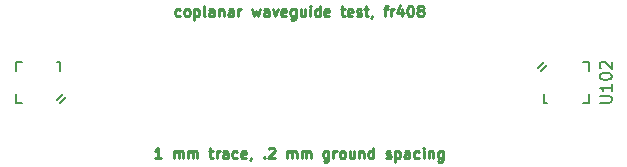
<source format=gbr>
G04 #@! TF.FileFunction,Legend,Top*
%FSLAX46Y46*%
G04 Gerber Fmt 4.6, Leading zero omitted, Abs format (unit mm)*
G04 Created by KiCad (PCBNEW 4.0.2-stable) date Mon Jul  4 16:36:02 2016*
%MOMM*%
G01*
G04 APERTURE LIST*
%ADD10C,0.100000*%
%ADD11C,0.225000*%
%ADD12C,0.150000*%
G04 APERTURE END LIST*
D10*
D11*
X127321428Y-96407143D02*
X126807143Y-96407143D01*
X127064285Y-96407143D02*
X127064285Y-95507143D01*
X126978571Y-95635714D01*
X126892857Y-95721429D01*
X126807143Y-95764286D01*
X128392857Y-96407143D02*
X128392857Y-95807143D01*
X128392857Y-95892857D02*
X128435714Y-95850000D01*
X128521428Y-95807143D01*
X128650000Y-95807143D01*
X128735714Y-95850000D01*
X128778571Y-95935714D01*
X128778571Y-96407143D01*
X128778571Y-95935714D02*
X128821428Y-95850000D01*
X128907142Y-95807143D01*
X129035714Y-95807143D01*
X129121428Y-95850000D01*
X129164285Y-95935714D01*
X129164285Y-96407143D01*
X129592857Y-96407143D02*
X129592857Y-95807143D01*
X129592857Y-95892857D02*
X129635714Y-95850000D01*
X129721428Y-95807143D01*
X129850000Y-95807143D01*
X129935714Y-95850000D01*
X129978571Y-95935714D01*
X129978571Y-96407143D01*
X129978571Y-95935714D02*
X130021428Y-95850000D01*
X130107142Y-95807143D01*
X130235714Y-95807143D01*
X130321428Y-95850000D01*
X130364285Y-95935714D01*
X130364285Y-96407143D01*
X131349999Y-95807143D02*
X131692856Y-95807143D01*
X131478571Y-95507143D02*
X131478571Y-96278571D01*
X131521428Y-96364286D01*
X131607142Y-96407143D01*
X131692856Y-96407143D01*
X131992857Y-96407143D02*
X131992857Y-95807143D01*
X131992857Y-95978571D02*
X132035714Y-95892857D01*
X132078571Y-95850000D01*
X132164285Y-95807143D01*
X132250000Y-95807143D01*
X132935714Y-96407143D02*
X132935714Y-95935714D01*
X132892857Y-95850000D01*
X132807143Y-95807143D01*
X132635714Y-95807143D01*
X132550000Y-95850000D01*
X132935714Y-96364286D02*
X132850000Y-96407143D01*
X132635714Y-96407143D01*
X132550000Y-96364286D01*
X132507143Y-96278571D01*
X132507143Y-96192857D01*
X132550000Y-96107143D01*
X132635714Y-96064286D01*
X132850000Y-96064286D01*
X132935714Y-96021429D01*
X133750000Y-96364286D02*
X133664286Y-96407143D01*
X133492857Y-96407143D01*
X133407143Y-96364286D01*
X133364286Y-96321429D01*
X133321429Y-96235714D01*
X133321429Y-95978571D01*
X133364286Y-95892857D01*
X133407143Y-95850000D01*
X133492857Y-95807143D01*
X133664286Y-95807143D01*
X133750000Y-95850000D01*
X134478572Y-96364286D02*
X134392858Y-96407143D01*
X134221429Y-96407143D01*
X134135715Y-96364286D01*
X134092858Y-96278571D01*
X134092858Y-95935714D01*
X134135715Y-95850000D01*
X134221429Y-95807143D01*
X134392858Y-95807143D01*
X134478572Y-95850000D01*
X134521429Y-95935714D01*
X134521429Y-96021429D01*
X134092858Y-96107143D01*
X134950001Y-96364286D02*
X134950001Y-96407143D01*
X134907144Y-96492857D01*
X134864287Y-96535714D01*
X136021429Y-96321429D02*
X136064286Y-96364286D01*
X136021429Y-96407143D01*
X135978572Y-96364286D01*
X136021429Y-96321429D01*
X136021429Y-96407143D01*
X136407143Y-95592857D02*
X136450000Y-95550000D01*
X136535714Y-95507143D01*
X136750000Y-95507143D01*
X136835714Y-95550000D01*
X136878571Y-95592857D01*
X136921428Y-95678571D01*
X136921428Y-95764286D01*
X136878571Y-95892857D01*
X136364285Y-96407143D01*
X136921428Y-96407143D01*
X137992857Y-96407143D02*
X137992857Y-95807143D01*
X137992857Y-95892857D02*
X138035714Y-95850000D01*
X138121428Y-95807143D01*
X138250000Y-95807143D01*
X138335714Y-95850000D01*
X138378571Y-95935714D01*
X138378571Y-96407143D01*
X138378571Y-95935714D02*
X138421428Y-95850000D01*
X138507142Y-95807143D01*
X138635714Y-95807143D01*
X138721428Y-95850000D01*
X138764285Y-95935714D01*
X138764285Y-96407143D01*
X139192857Y-96407143D02*
X139192857Y-95807143D01*
X139192857Y-95892857D02*
X139235714Y-95850000D01*
X139321428Y-95807143D01*
X139450000Y-95807143D01*
X139535714Y-95850000D01*
X139578571Y-95935714D01*
X139578571Y-96407143D01*
X139578571Y-95935714D02*
X139621428Y-95850000D01*
X139707142Y-95807143D01*
X139835714Y-95807143D01*
X139921428Y-95850000D01*
X139964285Y-95935714D01*
X139964285Y-96407143D01*
X141464285Y-95807143D02*
X141464285Y-96535714D01*
X141421428Y-96621429D01*
X141378571Y-96664286D01*
X141292856Y-96707143D01*
X141164285Y-96707143D01*
X141078571Y-96664286D01*
X141464285Y-96364286D02*
X141378571Y-96407143D01*
X141207142Y-96407143D01*
X141121428Y-96364286D01*
X141078571Y-96321429D01*
X141035714Y-96235714D01*
X141035714Y-95978571D01*
X141078571Y-95892857D01*
X141121428Y-95850000D01*
X141207142Y-95807143D01*
X141378571Y-95807143D01*
X141464285Y-95850000D01*
X141892857Y-96407143D02*
X141892857Y-95807143D01*
X141892857Y-95978571D02*
X141935714Y-95892857D01*
X141978571Y-95850000D01*
X142064285Y-95807143D01*
X142150000Y-95807143D01*
X142578571Y-96407143D02*
X142492857Y-96364286D01*
X142450000Y-96321429D01*
X142407143Y-96235714D01*
X142407143Y-95978571D01*
X142450000Y-95892857D01*
X142492857Y-95850000D01*
X142578571Y-95807143D01*
X142707143Y-95807143D01*
X142792857Y-95850000D01*
X142835714Y-95892857D01*
X142878571Y-95978571D01*
X142878571Y-96235714D01*
X142835714Y-96321429D01*
X142792857Y-96364286D01*
X142707143Y-96407143D01*
X142578571Y-96407143D01*
X143650000Y-95807143D02*
X143650000Y-96407143D01*
X143264286Y-95807143D02*
X143264286Y-96278571D01*
X143307143Y-96364286D01*
X143392857Y-96407143D01*
X143521429Y-96407143D01*
X143607143Y-96364286D01*
X143650000Y-96321429D01*
X144078572Y-95807143D02*
X144078572Y-96407143D01*
X144078572Y-95892857D02*
X144121429Y-95850000D01*
X144207143Y-95807143D01*
X144335715Y-95807143D01*
X144421429Y-95850000D01*
X144464286Y-95935714D01*
X144464286Y-96407143D01*
X145278572Y-96407143D02*
X145278572Y-95507143D01*
X145278572Y-96364286D02*
X145192858Y-96407143D01*
X145021429Y-96407143D01*
X144935715Y-96364286D01*
X144892858Y-96321429D01*
X144850001Y-96235714D01*
X144850001Y-95978571D01*
X144892858Y-95892857D01*
X144935715Y-95850000D01*
X145021429Y-95807143D01*
X145192858Y-95807143D01*
X145278572Y-95850000D01*
X146350001Y-96364286D02*
X146435715Y-96407143D01*
X146607143Y-96407143D01*
X146692858Y-96364286D01*
X146735715Y-96278571D01*
X146735715Y-96235714D01*
X146692858Y-96150000D01*
X146607143Y-96107143D01*
X146478572Y-96107143D01*
X146392858Y-96064286D01*
X146350001Y-95978571D01*
X146350001Y-95935714D01*
X146392858Y-95850000D01*
X146478572Y-95807143D01*
X146607143Y-95807143D01*
X146692858Y-95850000D01*
X147121429Y-95807143D02*
X147121429Y-96707143D01*
X147121429Y-95850000D02*
X147207143Y-95807143D01*
X147378572Y-95807143D01*
X147464286Y-95850000D01*
X147507143Y-95892857D01*
X147550000Y-95978571D01*
X147550000Y-96235714D01*
X147507143Y-96321429D01*
X147464286Y-96364286D01*
X147378572Y-96407143D01*
X147207143Y-96407143D01*
X147121429Y-96364286D01*
X148321429Y-96407143D02*
X148321429Y-95935714D01*
X148278572Y-95850000D01*
X148192858Y-95807143D01*
X148021429Y-95807143D01*
X147935715Y-95850000D01*
X148321429Y-96364286D02*
X148235715Y-96407143D01*
X148021429Y-96407143D01*
X147935715Y-96364286D01*
X147892858Y-96278571D01*
X147892858Y-96192857D01*
X147935715Y-96107143D01*
X148021429Y-96064286D01*
X148235715Y-96064286D01*
X148321429Y-96021429D01*
X149135715Y-96364286D02*
X149050001Y-96407143D01*
X148878572Y-96407143D01*
X148792858Y-96364286D01*
X148750001Y-96321429D01*
X148707144Y-96235714D01*
X148707144Y-95978571D01*
X148750001Y-95892857D01*
X148792858Y-95850000D01*
X148878572Y-95807143D01*
X149050001Y-95807143D01*
X149135715Y-95850000D01*
X149521430Y-96407143D02*
X149521430Y-95807143D01*
X149521430Y-95507143D02*
X149478573Y-95550000D01*
X149521430Y-95592857D01*
X149564287Y-95550000D01*
X149521430Y-95507143D01*
X149521430Y-95592857D01*
X149950001Y-95807143D02*
X149950001Y-96407143D01*
X149950001Y-95892857D02*
X149992858Y-95850000D01*
X150078572Y-95807143D01*
X150207144Y-95807143D01*
X150292858Y-95850000D01*
X150335715Y-95935714D01*
X150335715Y-96407143D01*
X151150001Y-95807143D02*
X151150001Y-96535714D01*
X151107144Y-96621429D01*
X151064287Y-96664286D01*
X150978572Y-96707143D01*
X150850001Y-96707143D01*
X150764287Y-96664286D01*
X151150001Y-96364286D02*
X151064287Y-96407143D01*
X150892858Y-96407143D01*
X150807144Y-96364286D01*
X150764287Y-96321429D01*
X150721430Y-96235714D01*
X150721430Y-95978571D01*
X150764287Y-95892857D01*
X150807144Y-95850000D01*
X150892858Y-95807143D01*
X151064287Y-95807143D01*
X151150001Y-95850000D01*
X128907141Y-84364286D02*
X128821427Y-84407143D01*
X128649998Y-84407143D01*
X128564284Y-84364286D01*
X128521427Y-84321429D01*
X128478570Y-84235714D01*
X128478570Y-83978571D01*
X128521427Y-83892857D01*
X128564284Y-83850000D01*
X128649998Y-83807143D01*
X128821427Y-83807143D01*
X128907141Y-83850000D01*
X129421427Y-84407143D02*
X129335713Y-84364286D01*
X129292856Y-84321429D01*
X129249999Y-84235714D01*
X129249999Y-83978571D01*
X129292856Y-83892857D01*
X129335713Y-83850000D01*
X129421427Y-83807143D01*
X129549999Y-83807143D01*
X129635713Y-83850000D01*
X129678570Y-83892857D01*
X129721427Y-83978571D01*
X129721427Y-84235714D01*
X129678570Y-84321429D01*
X129635713Y-84364286D01*
X129549999Y-84407143D01*
X129421427Y-84407143D01*
X130107142Y-83807143D02*
X130107142Y-84707143D01*
X130107142Y-83850000D02*
X130192856Y-83807143D01*
X130364285Y-83807143D01*
X130449999Y-83850000D01*
X130492856Y-83892857D01*
X130535713Y-83978571D01*
X130535713Y-84235714D01*
X130492856Y-84321429D01*
X130449999Y-84364286D01*
X130364285Y-84407143D01*
X130192856Y-84407143D01*
X130107142Y-84364286D01*
X131049999Y-84407143D02*
X130964285Y-84364286D01*
X130921428Y-84278571D01*
X130921428Y-83507143D01*
X131778571Y-84407143D02*
X131778571Y-83935714D01*
X131735714Y-83850000D01*
X131650000Y-83807143D01*
X131478571Y-83807143D01*
X131392857Y-83850000D01*
X131778571Y-84364286D02*
X131692857Y-84407143D01*
X131478571Y-84407143D01*
X131392857Y-84364286D01*
X131350000Y-84278571D01*
X131350000Y-84192857D01*
X131392857Y-84107143D01*
X131478571Y-84064286D01*
X131692857Y-84064286D01*
X131778571Y-84021429D01*
X132207143Y-83807143D02*
X132207143Y-84407143D01*
X132207143Y-83892857D02*
X132250000Y-83850000D01*
X132335714Y-83807143D01*
X132464286Y-83807143D01*
X132550000Y-83850000D01*
X132592857Y-83935714D01*
X132592857Y-84407143D01*
X133407143Y-84407143D02*
X133407143Y-83935714D01*
X133364286Y-83850000D01*
X133278572Y-83807143D01*
X133107143Y-83807143D01*
X133021429Y-83850000D01*
X133407143Y-84364286D02*
X133321429Y-84407143D01*
X133107143Y-84407143D01*
X133021429Y-84364286D01*
X132978572Y-84278571D01*
X132978572Y-84192857D01*
X133021429Y-84107143D01*
X133107143Y-84064286D01*
X133321429Y-84064286D01*
X133407143Y-84021429D01*
X133835715Y-84407143D02*
X133835715Y-83807143D01*
X133835715Y-83978571D02*
X133878572Y-83892857D01*
X133921429Y-83850000D01*
X134007143Y-83807143D01*
X134092858Y-83807143D01*
X134992857Y-83807143D02*
X135164286Y-84407143D01*
X135335715Y-83978571D01*
X135507143Y-84407143D01*
X135678572Y-83807143D01*
X136407143Y-84407143D02*
X136407143Y-83935714D01*
X136364286Y-83850000D01*
X136278572Y-83807143D01*
X136107143Y-83807143D01*
X136021429Y-83850000D01*
X136407143Y-84364286D02*
X136321429Y-84407143D01*
X136107143Y-84407143D01*
X136021429Y-84364286D01*
X135978572Y-84278571D01*
X135978572Y-84192857D01*
X136021429Y-84107143D01*
X136107143Y-84064286D01*
X136321429Y-84064286D01*
X136407143Y-84021429D01*
X136750000Y-83807143D02*
X136964286Y-84407143D01*
X137178572Y-83807143D01*
X137864286Y-84364286D02*
X137778572Y-84407143D01*
X137607143Y-84407143D01*
X137521429Y-84364286D01*
X137478572Y-84278571D01*
X137478572Y-83935714D01*
X137521429Y-83850000D01*
X137607143Y-83807143D01*
X137778572Y-83807143D01*
X137864286Y-83850000D01*
X137907143Y-83935714D01*
X137907143Y-84021429D01*
X137478572Y-84107143D01*
X138678572Y-83807143D02*
X138678572Y-84535714D01*
X138635715Y-84621429D01*
X138592858Y-84664286D01*
X138507143Y-84707143D01*
X138378572Y-84707143D01*
X138292858Y-84664286D01*
X138678572Y-84364286D02*
X138592858Y-84407143D01*
X138421429Y-84407143D01*
X138335715Y-84364286D01*
X138292858Y-84321429D01*
X138250001Y-84235714D01*
X138250001Y-83978571D01*
X138292858Y-83892857D01*
X138335715Y-83850000D01*
X138421429Y-83807143D01*
X138592858Y-83807143D01*
X138678572Y-83850000D01*
X139492858Y-83807143D02*
X139492858Y-84407143D01*
X139107144Y-83807143D02*
X139107144Y-84278571D01*
X139150001Y-84364286D01*
X139235715Y-84407143D01*
X139364287Y-84407143D01*
X139450001Y-84364286D01*
X139492858Y-84321429D01*
X139921430Y-84407143D02*
X139921430Y-83807143D01*
X139921430Y-83507143D02*
X139878573Y-83550000D01*
X139921430Y-83592857D01*
X139964287Y-83550000D01*
X139921430Y-83507143D01*
X139921430Y-83592857D01*
X140735715Y-84407143D02*
X140735715Y-83507143D01*
X140735715Y-84364286D02*
X140650001Y-84407143D01*
X140478572Y-84407143D01*
X140392858Y-84364286D01*
X140350001Y-84321429D01*
X140307144Y-84235714D01*
X140307144Y-83978571D01*
X140350001Y-83892857D01*
X140392858Y-83850000D01*
X140478572Y-83807143D01*
X140650001Y-83807143D01*
X140735715Y-83850000D01*
X141507144Y-84364286D02*
X141421430Y-84407143D01*
X141250001Y-84407143D01*
X141164287Y-84364286D01*
X141121430Y-84278571D01*
X141121430Y-83935714D01*
X141164287Y-83850000D01*
X141250001Y-83807143D01*
X141421430Y-83807143D01*
X141507144Y-83850000D01*
X141550001Y-83935714D01*
X141550001Y-84021429D01*
X141121430Y-84107143D01*
X142492858Y-83807143D02*
X142835715Y-83807143D01*
X142621430Y-83507143D02*
X142621430Y-84278571D01*
X142664287Y-84364286D01*
X142750001Y-84407143D01*
X142835715Y-84407143D01*
X143478573Y-84364286D02*
X143392859Y-84407143D01*
X143221430Y-84407143D01*
X143135716Y-84364286D01*
X143092859Y-84278571D01*
X143092859Y-83935714D01*
X143135716Y-83850000D01*
X143221430Y-83807143D01*
X143392859Y-83807143D01*
X143478573Y-83850000D01*
X143521430Y-83935714D01*
X143521430Y-84021429D01*
X143092859Y-84107143D01*
X143864288Y-84364286D02*
X143950002Y-84407143D01*
X144121430Y-84407143D01*
X144207145Y-84364286D01*
X144250002Y-84278571D01*
X144250002Y-84235714D01*
X144207145Y-84150000D01*
X144121430Y-84107143D01*
X143992859Y-84107143D01*
X143907145Y-84064286D01*
X143864288Y-83978571D01*
X143864288Y-83935714D01*
X143907145Y-83850000D01*
X143992859Y-83807143D01*
X144121430Y-83807143D01*
X144207145Y-83850000D01*
X144507144Y-83807143D02*
X144850001Y-83807143D01*
X144635716Y-83507143D02*
X144635716Y-84278571D01*
X144678573Y-84364286D01*
X144764287Y-84407143D01*
X144850001Y-84407143D01*
X145192859Y-84364286D02*
X145192859Y-84407143D01*
X145150002Y-84492857D01*
X145107145Y-84535714D01*
X146135715Y-83807143D02*
X146478572Y-83807143D01*
X146264287Y-84407143D02*
X146264287Y-83635714D01*
X146307144Y-83550000D01*
X146392858Y-83507143D01*
X146478572Y-83507143D01*
X146778573Y-84407143D02*
X146778573Y-83807143D01*
X146778573Y-83978571D02*
X146821430Y-83892857D01*
X146864287Y-83850000D01*
X146950001Y-83807143D01*
X147035716Y-83807143D01*
X147721430Y-83807143D02*
X147721430Y-84407143D01*
X147507144Y-83464286D02*
X147292859Y-84107143D01*
X147850001Y-84107143D01*
X148364287Y-83507143D02*
X148450002Y-83507143D01*
X148535716Y-83550000D01*
X148578573Y-83592857D01*
X148621430Y-83678571D01*
X148664287Y-83850000D01*
X148664287Y-84064286D01*
X148621430Y-84235714D01*
X148578573Y-84321429D01*
X148535716Y-84364286D01*
X148450002Y-84407143D01*
X148364287Y-84407143D01*
X148278573Y-84364286D01*
X148235716Y-84321429D01*
X148192859Y-84235714D01*
X148150002Y-84064286D01*
X148150002Y-83850000D01*
X148192859Y-83678571D01*
X148235716Y-83592857D01*
X148278573Y-83550000D01*
X148364287Y-83507143D01*
X149178573Y-83892857D02*
X149092859Y-83850000D01*
X149050002Y-83807143D01*
X149007145Y-83721429D01*
X149007145Y-83678571D01*
X149050002Y-83592857D01*
X149092859Y-83550000D01*
X149178573Y-83507143D01*
X149350002Y-83507143D01*
X149435716Y-83550000D01*
X149478573Y-83592857D01*
X149521430Y-83678571D01*
X149521430Y-83721429D01*
X149478573Y-83807143D01*
X149435716Y-83850000D01*
X149350002Y-83892857D01*
X149178573Y-83892857D01*
X149092859Y-83935714D01*
X149050002Y-83978571D01*
X149007145Y-84064286D01*
X149007145Y-84235714D01*
X149050002Y-84321429D01*
X149092859Y-84364286D01*
X149178573Y-84407143D01*
X149350002Y-84407143D01*
X149435716Y-84364286D01*
X149478573Y-84321429D01*
X149521430Y-84235714D01*
X149521430Y-84064286D01*
X149478573Y-83978571D01*
X149435716Y-83935714D01*
X149350002Y-83892857D01*
D12*
X118750000Y-91750000D02*
X119250000Y-91250000D01*
X115000000Y-91750000D02*
X115500000Y-91750000D01*
X115000000Y-91000000D02*
X115000000Y-91750000D01*
X115000000Y-88250000D02*
X115000000Y-89000000D01*
X115500000Y-88250000D02*
X115000000Y-88250000D01*
X118750000Y-88250000D02*
X118500000Y-88250000D01*
X118750000Y-89000000D02*
X118750000Y-88250000D01*
X118500000Y-91500000D02*
X119000000Y-91000000D01*
X159750000Y-88250000D02*
X159250000Y-88750000D01*
X163500000Y-88250000D02*
X163000000Y-88250000D01*
X163500000Y-89000000D02*
X163500000Y-88250000D01*
X163500000Y-91750000D02*
X163500000Y-91000000D01*
X163000000Y-91750000D02*
X163500000Y-91750000D01*
X159750000Y-91750000D02*
X160000000Y-91750000D01*
X159750000Y-91000000D02*
X159750000Y-91750000D01*
X160000000Y-88500000D02*
X159500000Y-89000000D01*
X164452381Y-91714286D02*
X165261905Y-91714286D01*
X165357143Y-91666667D01*
X165404762Y-91619048D01*
X165452381Y-91523810D01*
X165452381Y-91333333D01*
X165404762Y-91238095D01*
X165357143Y-91190476D01*
X165261905Y-91142857D01*
X164452381Y-91142857D01*
X165452381Y-90142857D02*
X165452381Y-90714286D01*
X165452381Y-90428572D02*
X164452381Y-90428572D01*
X164595238Y-90523810D01*
X164690476Y-90619048D01*
X164738095Y-90714286D01*
X164452381Y-89523810D02*
X164452381Y-89428571D01*
X164500000Y-89333333D01*
X164547619Y-89285714D01*
X164642857Y-89238095D01*
X164833333Y-89190476D01*
X165071429Y-89190476D01*
X165261905Y-89238095D01*
X165357143Y-89285714D01*
X165404762Y-89333333D01*
X165452381Y-89428571D01*
X165452381Y-89523810D01*
X165404762Y-89619048D01*
X165357143Y-89666667D01*
X165261905Y-89714286D01*
X165071429Y-89761905D01*
X164833333Y-89761905D01*
X164642857Y-89714286D01*
X164547619Y-89666667D01*
X164500000Y-89619048D01*
X164452381Y-89523810D01*
X164547619Y-88809524D02*
X164500000Y-88761905D01*
X164452381Y-88666667D01*
X164452381Y-88428571D01*
X164500000Y-88333333D01*
X164547619Y-88285714D01*
X164642857Y-88238095D01*
X164738095Y-88238095D01*
X164880952Y-88285714D01*
X165452381Y-88857143D01*
X165452381Y-88238095D01*
M02*

</source>
